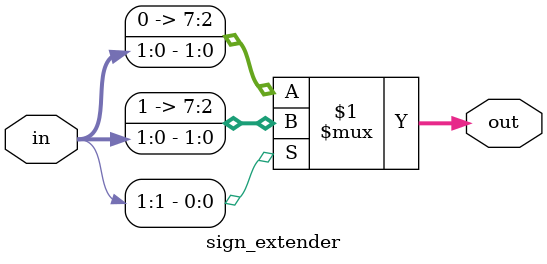
<source format=v>
`timescale 1ns / 1ps
module sign_extender(
    input [1:0] in,
    output [7:0] out
    );
	 
	assign out = (in[1] ? {6'b111111, in[1:0]} : {6'b000000, in[1:0]});
	
endmodule
</source>
